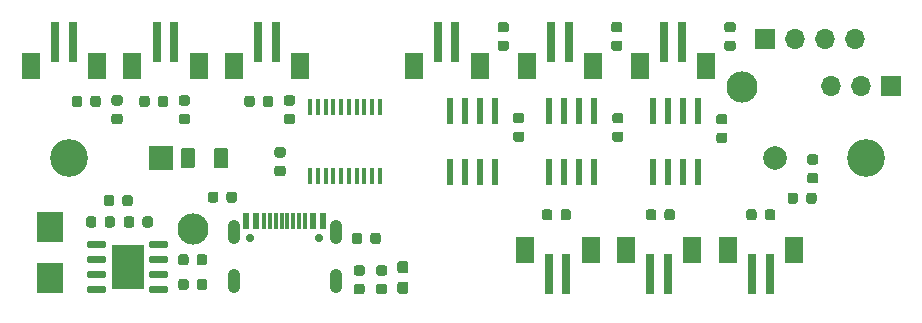
<source format=gbr>
%TF.GenerationSoftware,KiCad,Pcbnew,5.1.12-84ad8e8a86~92~ubuntu20.04.1*%
%TF.CreationDate,2021-11-18T17:44:13-07:00*%
%TF.ProjectId,snail-bot,736e6169-6c2d-4626-9f74-2e6b69636164,rev?*%
%TF.SameCoordinates,Original*%
%TF.FileFunction,Soldermask,Top*%
%TF.FilePolarity,Negative*%
%FSLAX46Y46*%
G04 Gerber Fmt 4.6, Leading zero omitted, Abs format (unit mm)*
G04 Created by KiCad (PCBNEW 5.1.12-84ad8e8a86~92~ubuntu20.04.1) date 2021-11-18 17:44:13*
%MOMM*%
%LPD*%
G01*
G04 APERTURE LIST*
%ADD10R,2.700000X3.800000*%
%ADD11C,0.600000*%
%ADD12R,1.500000X2.300000*%
%ADD13R,0.700000X3.500000*%
%ADD14R,0.600000X2.200000*%
%ADD15R,0.450000X1.450000*%
%ADD16O,1.700000X1.700000*%
%ADD17R,1.700000X1.700000*%
%ADD18C,0.700000*%
%ADD19O,1.050000X2.100000*%
%ADD20R,0.600000X1.450000*%
%ADD21R,0.300000X1.450000*%
%ADD22C,3.200000*%
%ADD23R,2.300000X2.500000*%
%ADD24R,2.000000X2.000000*%
%ADD25C,2.000000*%
%ADD26C,2.640000*%
G04 APERTURE END LIST*
D10*
%TO.C,U5*%
X49400000Y-84200000D03*
G36*
G01*
X51200000Y-82445000D02*
X51200000Y-82145000D01*
G75*
G02*
X51350000Y-81995000I150000J0D01*
G01*
X52700000Y-81995000D01*
G75*
G02*
X52850000Y-82145000I0J-150000D01*
G01*
X52850000Y-82445000D01*
G75*
G02*
X52700000Y-82595000I-150000J0D01*
G01*
X51350000Y-82595000D01*
G75*
G02*
X51200000Y-82445000I0J150000D01*
G01*
G37*
G36*
G01*
X51200000Y-83715000D02*
X51200000Y-83415000D01*
G75*
G02*
X51350000Y-83265000I150000J0D01*
G01*
X52700000Y-83265000D01*
G75*
G02*
X52850000Y-83415000I0J-150000D01*
G01*
X52850000Y-83715000D01*
G75*
G02*
X52700000Y-83865000I-150000J0D01*
G01*
X51350000Y-83865000D01*
G75*
G02*
X51200000Y-83715000I0J150000D01*
G01*
G37*
G36*
G01*
X51200000Y-84985000D02*
X51200000Y-84685000D01*
G75*
G02*
X51350000Y-84535000I150000J0D01*
G01*
X52700000Y-84535000D01*
G75*
G02*
X52850000Y-84685000I0J-150000D01*
G01*
X52850000Y-84985000D01*
G75*
G02*
X52700000Y-85135000I-150000J0D01*
G01*
X51350000Y-85135000D01*
G75*
G02*
X51200000Y-84985000I0J150000D01*
G01*
G37*
G36*
G01*
X51200000Y-86255000D02*
X51200000Y-85955000D01*
G75*
G02*
X51350000Y-85805000I150000J0D01*
G01*
X52700000Y-85805000D01*
G75*
G02*
X52850000Y-85955000I0J-150000D01*
G01*
X52850000Y-86255000D01*
G75*
G02*
X52700000Y-86405000I-150000J0D01*
G01*
X51350000Y-86405000D01*
G75*
G02*
X51200000Y-86255000I0J150000D01*
G01*
G37*
G36*
G01*
X45950000Y-86255000D02*
X45950000Y-85955000D01*
G75*
G02*
X46100000Y-85805000I150000J0D01*
G01*
X47450000Y-85805000D01*
G75*
G02*
X47600000Y-85955000I0J-150000D01*
G01*
X47600000Y-86255000D01*
G75*
G02*
X47450000Y-86405000I-150000J0D01*
G01*
X46100000Y-86405000D01*
G75*
G02*
X45950000Y-86255000I0J150000D01*
G01*
G37*
G36*
G01*
X45950000Y-84985000D02*
X45950000Y-84685000D01*
G75*
G02*
X46100000Y-84535000I150000J0D01*
G01*
X47450000Y-84535000D01*
G75*
G02*
X47600000Y-84685000I0J-150000D01*
G01*
X47600000Y-84985000D01*
G75*
G02*
X47450000Y-85135000I-150000J0D01*
G01*
X46100000Y-85135000D01*
G75*
G02*
X45950000Y-84985000I0J150000D01*
G01*
G37*
G36*
G01*
X45950000Y-83715000D02*
X45950000Y-83415000D01*
G75*
G02*
X46100000Y-83265000I150000J0D01*
G01*
X47450000Y-83265000D01*
G75*
G02*
X47600000Y-83415000I0J-150000D01*
G01*
X47600000Y-83715000D01*
G75*
G02*
X47450000Y-83865000I-150000J0D01*
G01*
X46100000Y-83865000D01*
G75*
G02*
X45950000Y-83715000I0J150000D01*
G01*
G37*
G36*
G01*
X45950000Y-82445000D02*
X45950000Y-82145000D01*
G75*
G02*
X46100000Y-81995000I150000J0D01*
G01*
X47450000Y-81995000D01*
G75*
G02*
X47600000Y-82145000I0J-150000D01*
G01*
X47600000Y-82445000D01*
G75*
G02*
X47450000Y-82595000I-150000J0D01*
G01*
X46100000Y-82595000D01*
G75*
G02*
X45950000Y-82445000I0J150000D01*
G01*
G37*
D11*
X48400000Y-82600000D03*
X50400000Y-82600000D03*
X48400000Y-85700000D03*
X50400000Y-85700000D03*
X49400000Y-84200000D03*
%TD*%
D12*
%TO.C,J13*%
X83000000Y-82800000D03*
X88600000Y-82800000D03*
D13*
X85050000Y-84800000D03*
X86550000Y-84800000D03*
%TD*%
D12*
%TO.C,J12*%
X46800000Y-67200000D03*
X41200000Y-67200000D03*
D13*
X44750000Y-65200000D03*
X43250000Y-65200000D03*
%TD*%
D12*
%TO.C,J11*%
X64000000Y-67200000D03*
X58400000Y-67200000D03*
D13*
X61950000Y-65200000D03*
X60450000Y-65200000D03*
%TD*%
D12*
%TO.C,J10*%
X55400000Y-67200000D03*
X49800000Y-67200000D03*
D13*
X53350000Y-65200000D03*
X51850000Y-65200000D03*
%TD*%
D12*
%TO.C,J9*%
X91600000Y-82800000D03*
X97200000Y-82800000D03*
D13*
X93650000Y-84800000D03*
X95150000Y-84800000D03*
%TD*%
D12*
%TO.C,J7*%
X100200000Y-82800000D03*
X105800000Y-82800000D03*
D13*
X102250000Y-84800000D03*
X103750000Y-84800000D03*
%TD*%
D12*
%TO.C,J3*%
X98400000Y-67200000D03*
X92800000Y-67200000D03*
D13*
X96350000Y-65200000D03*
X94850000Y-65200000D03*
%TD*%
D12*
%TO.C,J2*%
X88800000Y-67200000D03*
X83200000Y-67200000D03*
D13*
X86750000Y-65200000D03*
X85250000Y-65200000D03*
%TD*%
D12*
%TO.C,J1*%
X79200000Y-67200000D03*
X73600000Y-67200000D03*
D13*
X77150000Y-65200000D03*
X75650000Y-65200000D03*
%TD*%
D14*
%TO.C,U4*%
X93895000Y-76200000D03*
X95165000Y-76200000D03*
X97705000Y-76200000D03*
X93895000Y-71000000D03*
X95165000Y-71000000D03*
X97705000Y-71000000D03*
X96435000Y-76200000D03*
X96435000Y-71000000D03*
%TD*%
%TO.C,U3*%
X85095000Y-76200000D03*
X86365000Y-76200000D03*
X88905000Y-76200000D03*
X85095000Y-71000000D03*
X86365000Y-71000000D03*
X88905000Y-71000000D03*
X87635000Y-76200000D03*
X87635000Y-71000000D03*
%TD*%
%TO.C,U2*%
X76695000Y-76200000D03*
X77965000Y-76200000D03*
X80505000Y-76200000D03*
X76695000Y-71000000D03*
X77965000Y-71000000D03*
X80505000Y-71000000D03*
X79235000Y-76200000D03*
X79235000Y-71000000D03*
%TD*%
D15*
%TO.C,U1*%
X64875000Y-70650000D03*
X65525000Y-70650000D03*
X66175000Y-70650000D03*
X66825000Y-70650000D03*
X67475000Y-70650000D03*
X68125000Y-70650000D03*
X68775000Y-70650000D03*
X69425000Y-70650000D03*
X70075000Y-70650000D03*
X70725000Y-70650000D03*
X70725000Y-76550000D03*
X70075000Y-76550000D03*
X69425000Y-76550000D03*
X68775000Y-76550000D03*
X68125000Y-76550000D03*
X67475000Y-76550000D03*
X66825000Y-76550000D03*
X66175000Y-76550000D03*
X65525000Y-76550000D03*
X64875000Y-76550000D03*
%TD*%
%TO.C,R16*%
G36*
G01*
X85350000Y-79543750D02*
X85350000Y-80056250D01*
G75*
G02*
X85131250Y-80275000I-218750J0D01*
G01*
X84693750Y-80275000D01*
G75*
G02*
X84475000Y-80056250I0J218750D01*
G01*
X84475000Y-79543750D01*
G75*
G02*
X84693750Y-79325000I218750J0D01*
G01*
X85131250Y-79325000D01*
G75*
G02*
X85350000Y-79543750I0J-218750D01*
G01*
G37*
G36*
G01*
X86925000Y-79543750D02*
X86925000Y-80056250D01*
G75*
G02*
X86706250Y-80275000I-218750J0D01*
G01*
X86268750Y-80275000D01*
G75*
G02*
X86050000Y-80056250I0J218750D01*
G01*
X86050000Y-79543750D01*
G75*
G02*
X86268750Y-79325000I218750J0D01*
G01*
X86706250Y-79325000D01*
G75*
G02*
X86925000Y-79543750I0J-218750D01*
G01*
G37*
%TD*%
%TO.C,R15*%
G36*
G01*
X48756250Y-70550000D02*
X48243750Y-70550000D01*
G75*
G02*
X48025000Y-70331250I0J218750D01*
G01*
X48025000Y-69893750D01*
G75*
G02*
X48243750Y-69675000I218750J0D01*
G01*
X48756250Y-69675000D01*
G75*
G02*
X48975000Y-69893750I0J-218750D01*
G01*
X48975000Y-70331250D01*
G75*
G02*
X48756250Y-70550000I-218750J0D01*
G01*
G37*
G36*
G01*
X48756250Y-72125000D02*
X48243750Y-72125000D01*
G75*
G02*
X48025000Y-71906250I0J218750D01*
G01*
X48025000Y-71468750D01*
G75*
G02*
X48243750Y-71250000I218750J0D01*
G01*
X48756250Y-71250000D01*
G75*
G02*
X48975000Y-71468750I0J-218750D01*
G01*
X48975000Y-71906250D01*
G75*
G02*
X48756250Y-72125000I-218750J0D01*
G01*
G37*
%TD*%
%TO.C,R14*%
G36*
G01*
X63356250Y-70550000D02*
X62843750Y-70550000D01*
G75*
G02*
X62625000Y-70331250I0J218750D01*
G01*
X62625000Y-69893750D01*
G75*
G02*
X62843750Y-69675000I218750J0D01*
G01*
X63356250Y-69675000D01*
G75*
G02*
X63575000Y-69893750I0J-218750D01*
G01*
X63575000Y-70331250D01*
G75*
G02*
X63356250Y-70550000I-218750J0D01*
G01*
G37*
G36*
G01*
X63356250Y-72125000D02*
X62843750Y-72125000D01*
G75*
G02*
X62625000Y-71906250I0J218750D01*
G01*
X62625000Y-71468750D01*
G75*
G02*
X62843750Y-71250000I218750J0D01*
G01*
X63356250Y-71250000D01*
G75*
G02*
X63575000Y-71468750I0J-218750D01*
G01*
X63575000Y-71906250D01*
G75*
G02*
X63356250Y-72125000I-218750J0D01*
G01*
G37*
%TD*%
%TO.C,R13*%
G36*
G01*
X54456250Y-70550000D02*
X53943750Y-70550000D01*
G75*
G02*
X53725000Y-70331250I0J218750D01*
G01*
X53725000Y-69893750D01*
G75*
G02*
X53943750Y-69675000I218750J0D01*
G01*
X54456250Y-69675000D01*
G75*
G02*
X54675000Y-69893750I0J-218750D01*
G01*
X54675000Y-70331250D01*
G75*
G02*
X54456250Y-70550000I-218750J0D01*
G01*
G37*
G36*
G01*
X54456250Y-72125000D02*
X53943750Y-72125000D01*
G75*
G02*
X53725000Y-71906250I0J218750D01*
G01*
X53725000Y-71468750D01*
G75*
G02*
X53943750Y-71250000I218750J0D01*
G01*
X54456250Y-71250000D01*
G75*
G02*
X54675000Y-71468750I0J-218750D01*
G01*
X54675000Y-71906250D01*
G75*
G02*
X54456250Y-72125000I-218750J0D01*
G01*
G37*
%TD*%
%TO.C,R12*%
G36*
G01*
X94150000Y-79543750D02*
X94150000Y-80056250D01*
G75*
G02*
X93931250Y-80275000I-218750J0D01*
G01*
X93493750Y-80275000D01*
G75*
G02*
X93275000Y-80056250I0J218750D01*
G01*
X93275000Y-79543750D01*
G75*
G02*
X93493750Y-79325000I218750J0D01*
G01*
X93931250Y-79325000D01*
G75*
G02*
X94150000Y-79543750I0J-218750D01*
G01*
G37*
G36*
G01*
X95725000Y-79543750D02*
X95725000Y-80056250D01*
G75*
G02*
X95506250Y-80275000I-218750J0D01*
G01*
X95068750Y-80275000D01*
G75*
G02*
X94850000Y-80056250I0J218750D01*
G01*
X94850000Y-79543750D01*
G75*
G02*
X95068750Y-79325000I218750J0D01*
G01*
X95506250Y-79325000D01*
G75*
G02*
X95725000Y-79543750I0J-218750D01*
G01*
G37*
%TD*%
%TO.C,R11*%
G36*
G01*
X106150000Y-78143750D02*
X106150000Y-78656250D01*
G75*
G02*
X105931250Y-78875000I-218750J0D01*
G01*
X105493750Y-78875000D01*
G75*
G02*
X105275000Y-78656250I0J218750D01*
G01*
X105275000Y-78143750D01*
G75*
G02*
X105493750Y-77925000I218750J0D01*
G01*
X105931250Y-77925000D01*
G75*
G02*
X106150000Y-78143750I0J-218750D01*
G01*
G37*
G36*
G01*
X107725000Y-78143750D02*
X107725000Y-78656250D01*
G75*
G02*
X107506250Y-78875000I-218750J0D01*
G01*
X107068750Y-78875000D01*
G75*
G02*
X106850000Y-78656250I0J218750D01*
G01*
X106850000Y-78143750D01*
G75*
G02*
X107068750Y-77925000I218750J0D01*
G01*
X107506250Y-77925000D01*
G75*
G02*
X107725000Y-78143750I0J-218750D01*
G01*
G37*
%TD*%
%TO.C,R10*%
G36*
G01*
X102650000Y-79543750D02*
X102650000Y-80056250D01*
G75*
G02*
X102431250Y-80275000I-218750J0D01*
G01*
X101993750Y-80275000D01*
G75*
G02*
X101775000Y-80056250I0J218750D01*
G01*
X101775000Y-79543750D01*
G75*
G02*
X101993750Y-79325000I218750J0D01*
G01*
X102431250Y-79325000D01*
G75*
G02*
X102650000Y-79543750I0J-218750D01*
G01*
G37*
G36*
G01*
X104225000Y-79543750D02*
X104225000Y-80056250D01*
G75*
G02*
X104006250Y-80275000I-218750J0D01*
G01*
X103568750Y-80275000D01*
G75*
G02*
X103350000Y-80056250I0J218750D01*
G01*
X103350000Y-79543750D01*
G75*
G02*
X103568750Y-79325000I218750J0D01*
G01*
X104006250Y-79325000D01*
G75*
G02*
X104225000Y-79543750I0J-218750D01*
G01*
G37*
%TD*%
%TO.C,R9*%
G36*
G01*
X69250000Y-81543750D02*
X69250000Y-82056250D01*
G75*
G02*
X69031250Y-82275000I-218750J0D01*
G01*
X68593750Y-82275000D01*
G75*
G02*
X68375000Y-82056250I0J218750D01*
G01*
X68375000Y-81543750D01*
G75*
G02*
X68593750Y-81325000I218750J0D01*
G01*
X69031250Y-81325000D01*
G75*
G02*
X69250000Y-81543750I0J-218750D01*
G01*
G37*
G36*
G01*
X70825000Y-81543750D02*
X70825000Y-82056250D01*
G75*
G02*
X70606250Y-82275000I-218750J0D01*
G01*
X70168750Y-82275000D01*
G75*
G02*
X69950000Y-82056250I0J218750D01*
G01*
X69950000Y-81543750D01*
G75*
G02*
X70168750Y-81325000I218750J0D01*
G01*
X70606250Y-81325000D01*
G75*
G02*
X70825000Y-81543750I0J-218750D01*
G01*
G37*
%TD*%
%TO.C,R8*%
G36*
G01*
X48250000Y-78343750D02*
X48250000Y-78856250D01*
G75*
G02*
X48031250Y-79075000I-218750J0D01*
G01*
X47593750Y-79075000D01*
G75*
G02*
X47375000Y-78856250I0J218750D01*
G01*
X47375000Y-78343750D01*
G75*
G02*
X47593750Y-78125000I218750J0D01*
G01*
X48031250Y-78125000D01*
G75*
G02*
X48250000Y-78343750I0J-218750D01*
G01*
G37*
G36*
G01*
X49825000Y-78343750D02*
X49825000Y-78856250D01*
G75*
G02*
X49606250Y-79075000I-218750J0D01*
G01*
X49168750Y-79075000D01*
G75*
G02*
X48950000Y-78856250I0J218750D01*
G01*
X48950000Y-78343750D01*
G75*
G02*
X49168750Y-78125000I218750J0D01*
G01*
X49606250Y-78125000D01*
G75*
G02*
X49825000Y-78343750I0J-218750D01*
G01*
G37*
%TD*%
%TO.C,R5*%
G36*
G01*
X57762500Y-78556250D02*
X57762500Y-78043750D01*
G75*
G02*
X57981250Y-77825000I218750J0D01*
G01*
X58418750Y-77825000D01*
G75*
G02*
X58637500Y-78043750I0J-218750D01*
G01*
X58637500Y-78556250D01*
G75*
G02*
X58418750Y-78775000I-218750J0D01*
G01*
X57981250Y-78775000D01*
G75*
G02*
X57762500Y-78556250I0J218750D01*
G01*
G37*
G36*
G01*
X56187500Y-78556250D02*
X56187500Y-78043750D01*
G75*
G02*
X56406250Y-77825000I218750J0D01*
G01*
X56843750Y-77825000D01*
G75*
G02*
X57062500Y-78043750I0J-218750D01*
G01*
X57062500Y-78556250D01*
G75*
G02*
X56843750Y-78775000I-218750J0D01*
G01*
X56406250Y-78775000D01*
G75*
G02*
X56187500Y-78556250I0J218750D01*
G01*
G37*
%TD*%
%TO.C,R3*%
G36*
G01*
X71156250Y-84950000D02*
X70643750Y-84950000D01*
G75*
G02*
X70425000Y-84731250I0J218750D01*
G01*
X70425000Y-84293750D01*
G75*
G02*
X70643750Y-84075000I218750J0D01*
G01*
X71156250Y-84075000D01*
G75*
G02*
X71375000Y-84293750I0J-218750D01*
G01*
X71375000Y-84731250D01*
G75*
G02*
X71156250Y-84950000I-218750J0D01*
G01*
G37*
G36*
G01*
X71156250Y-86525000D02*
X70643750Y-86525000D01*
G75*
G02*
X70425000Y-86306250I0J218750D01*
G01*
X70425000Y-85868750D01*
G75*
G02*
X70643750Y-85650000I218750J0D01*
G01*
X71156250Y-85650000D01*
G75*
G02*
X71375000Y-85868750I0J-218750D01*
G01*
X71375000Y-86306250D01*
G75*
G02*
X71156250Y-86525000I-218750J0D01*
G01*
G37*
%TD*%
%TO.C,R2*%
G36*
G01*
X72462500Y-83700000D02*
X72937500Y-83700000D01*
G75*
G02*
X73175000Y-83937500I0J-237500D01*
G01*
X73175000Y-84512500D01*
G75*
G02*
X72937500Y-84750000I-237500J0D01*
G01*
X72462500Y-84750000D01*
G75*
G02*
X72225000Y-84512500I0J237500D01*
G01*
X72225000Y-83937500D01*
G75*
G02*
X72462500Y-83700000I237500J0D01*
G01*
G37*
G36*
G01*
X72462500Y-85450000D02*
X72937500Y-85450000D01*
G75*
G02*
X73175000Y-85687500I0J-237500D01*
G01*
X73175000Y-86262500D01*
G75*
G02*
X72937500Y-86500000I-237500J0D01*
G01*
X72462500Y-86500000D01*
G75*
G02*
X72225000Y-86262500I0J237500D01*
G01*
X72225000Y-85687500D01*
G75*
G02*
X72462500Y-85450000I237500J0D01*
G01*
G37*
%TD*%
%TO.C,R1*%
G36*
G01*
X69256250Y-84950000D02*
X68743750Y-84950000D01*
G75*
G02*
X68525000Y-84731250I0J218750D01*
G01*
X68525000Y-84293750D01*
G75*
G02*
X68743750Y-84075000I218750J0D01*
G01*
X69256250Y-84075000D01*
G75*
G02*
X69475000Y-84293750I0J-218750D01*
G01*
X69475000Y-84731250D01*
G75*
G02*
X69256250Y-84950000I-218750J0D01*
G01*
G37*
G36*
G01*
X69256250Y-86525000D02*
X68743750Y-86525000D01*
G75*
G02*
X68525000Y-86306250I0J218750D01*
G01*
X68525000Y-85868750D01*
G75*
G02*
X68743750Y-85650000I218750J0D01*
G01*
X69256250Y-85650000D01*
G75*
G02*
X69475000Y-85868750I0J-218750D01*
G01*
X69475000Y-86306250D01*
G75*
G02*
X69256250Y-86525000I-218750J0D01*
G01*
G37*
%TD*%
D16*
%TO.C,J8*%
X108920000Y-68900000D03*
X111460000Y-68900000D03*
D17*
X114000000Y-68900000D03*
%TD*%
D16*
%TO.C,J6*%
X111020000Y-64900000D03*
X108480000Y-64900000D03*
X105940000Y-64900000D03*
D17*
X103400000Y-64900000D03*
%TD*%
D18*
%TO.C,J4*%
X65570000Y-81750000D03*
X59790000Y-81750000D03*
D19*
X67000000Y-85400000D03*
X58360000Y-85400000D03*
X67000000Y-81220000D03*
X58360000Y-81220000D03*
D20*
X65930000Y-80305000D03*
X65130000Y-80305000D03*
D21*
X64430000Y-80305000D03*
X63930000Y-80305000D03*
X63430000Y-80305000D03*
X62930000Y-80305000D03*
X60930000Y-80305000D03*
X61430000Y-80305000D03*
X61930000Y-80305000D03*
X62430000Y-80305000D03*
D20*
X60230000Y-80305000D03*
X59430000Y-80305000D03*
%TD*%
D22*
%TO.C,H2*%
X111900000Y-75000000D03*
%TD*%
%TO.C,H1*%
X44400000Y-75000000D03*
%TD*%
%TO.C,D4*%
G36*
G01*
X107656250Y-75550000D02*
X107143750Y-75550000D01*
G75*
G02*
X106925000Y-75331250I0J218750D01*
G01*
X106925000Y-74893750D01*
G75*
G02*
X107143750Y-74675000I218750J0D01*
G01*
X107656250Y-74675000D01*
G75*
G02*
X107875000Y-74893750I0J-218750D01*
G01*
X107875000Y-75331250D01*
G75*
G02*
X107656250Y-75550000I-218750J0D01*
G01*
G37*
G36*
G01*
X107656250Y-77125000D02*
X107143750Y-77125000D01*
G75*
G02*
X106925000Y-76906250I0J218750D01*
G01*
X106925000Y-76468750D01*
G75*
G02*
X107143750Y-76250000I218750J0D01*
G01*
X107656250Y-76250000D01*
G75*
G02*
X107875000Y-76468750I0J-218750D01*
G01*
X107875000Y-76906250D01*
G75*
G02*
X107656250Y-77125000I-218750J0D01*
G01*
G37*
%TD*%
%TO.C,D3*%
G36*
G01*
X55250000Y-83856250D02*
X55250000Y-83343750D01*
G75*
G02*
X55468750Y-83125000I218750J0D01*
G01*
X55906250Y-83125000D01*
G75*
G02*
X56125000Y-83343750I0J-218750D01*
G01*
X56125000Y-83856250D01*
G75*
G02*
X55906250Y-84075000I-218750J0D01*
G01*
X55468750Y-84075000D01*
G75*
G02*
X55250000Y-83856250I0J218750D01*
G01*
G37*
G36*
G01*
X53675000Y-83856250D02*
X53675000Y-83343750D01*
G75*
G02*
X53893750Y-83125000I218750J0D01*
G01*
X54331250Y-83125000D01*
G75*
G02*
X54550000Y-83343750I0J-218750D01*
G01*
X54550000Y-83856250D01*
G75*
G02*
X54331250Y-84075000I-218750J0D01*
G01*
X53893750Y-84075000D01*
G75*
G02*
X53675000Y-83856250I0J218750D01*
G01*
G37*
%TD*%
%TO.C,D2*%
G36*
G01*
X55250000Y-85956250D02*
X55250000Y-85443750D01*
G75*
G02*
X55468750Y-85225000I218750J0D01*
G01*
X55906250Y-85225000D01*
G75*
G02*
X56125000Y-85443750I0J-218750D01*
G01*
X56125000Y-85956250D01*
G75*
G02*
X55906250Y-86175000I-218750J0D01*
G01*
X55468750Y-86175000D01*
G75*
G02*
X55250000Y-85956250I0J218750D01*
G01*
G37*
G36*
G01*
X53675000Y-85956250D02*
X53675000Y-85443750D01*
G75*
G02*
X53893750Y-85225000I218750J0D01*
G01*
X54331250Y-85225000D01*
G75*
G02*
X54550000Y-85443750I0J-218750D01*
G01*
X54550000Y-85956250D01*
G75*
G02*
X54331250Y-86175000I-218750J0D01*
G01*
X53893750Y-86175000D01*
G75*
G02*
X53675000Y-85956250I0J218750D01*
G01*
G37*
%TD*%
D23*
%TO.C,D1*%
X42800000Y-80850000D03*
X42800000Y-85150000D03*
%TD*%
%TO.C,C13*%
G36*
G01*
X46250000Y-70456250D02*
X46250000Y-69943750D01*
G75*
G02*
X46468750Y-69725000I218750J0D01*
G01*
X46906250Y-69725000D01*
G75*
G02*
X47125000Y-69943750I0J-218750D01*
G01*
X47125000Y-70456250D01*
G75*
G02*
X46906250Y-70675000I-218750J0D01*
G01*
X46468750Y-70675000D01*
G75*
G02*
X46250000Y-70456250I0J218750D01*
G01*
G37*
G36*
G01*
X44675000Y-70456250D02*
X44675000Y-69943750D01*
G75*
G02*
X44893750Y-69725000I218750J0D01*
G01*
X45331250Y-69725000D01*
G75*
G02*
X45550000Y-69943750I0J-218750D01*
G01*
X45550000Y-70456250D01*
G75*
G02*
X45331250Y-70675000I-218750J0D01*
G01*
X44893750Y-70675000D01*
G75*
G02*
X44675000Y-70456250I0J218750D01*
G01*
G37*
%TD*%
%TO.C,C12*%
G36*
G01*
X60850000Y-70456250D02*
X60850000Y-69943750D01*
G75*
G02*
X61068750Y-69725000I218750J0D01*
G01*
X61506250Y-69725000D01*
G75*
G02*
X61725000Y-69943750I0J-218750D01*
G01*
X61725000Y-70456250D01*
G75*
G02*
X61506250Y-70675000I-218750J0D01*
G01*
X61068750Y-70675000D01*
G75*
G02*
X60850000Y-70456250I0J218750D01*
G01*
G37*
G36*
G01*
X59275000Y-70456250D02*
X59275000Y-69943750D01*
G75*
G02*
X59493750Y-69725000I218750J0D01*
G01*
X59931250Y-69725000D01*
G75*
G02*
X60150000Y-69943750I0J-218750D01*
G01*
X60150000Y-70456250D01*
G75*
G02*
X59931250Y-70675000I-218750J0D01*
G01*
X59493750Y-70675000D01*
G75*
G02*
X59275000Y-70456250I0J218750D01*
G01*
G37*
%TD*%
%TO.C,C11*%
G36*
G01*
X51950000Y-70456250D02*
X51950000Y-69943750D01*
G75*
G02*
X52168750Y-69725000I218750J0D01*
G01*
X52606250Y-69725000D01*
G75*
G02*
X52825000Y-69943750I0J-218750D01*
G01*
X52825000Y-70456250D01*
G75*
G02*
X52606250Y-70675000I-218750J0D01*
G01*
X52168750Y-70675000D01*
G75*
G02*
X51950000Y-70456250I0J218750D01*
G01*
G37*
G36*
G01*
X50375000Y-70456250D02*
X50375000Y-69943750D01*
G75*
G02*
X50593750Y-69725000I218750J0D01*
G01*
X51031250Y-69725000D01*
G75*
G02*
X51250000Y-69943750I0J-218750D01*
G01*
X51250000Y-70456250D01*
G75*
G02*
X51031250Y-70675000I-218750J0D01*
G01*
X50593750Y-70675000D01*
G75*
G02*
X50375000Y-70456250I0J218750D01*
G01*
G37*
%TD*%
%TO.C,C10*%
G36*
G01*
X49950000Y-80143750D02*
X49950000Y-80656250D01*
G75*
G02*
X49731250Y-80875000I-218750J0D01*
G01*
X49293750Y-80875000D01*
G75*
G02*
X49075000Y-80656250I0J218750D01*
G01*
X49075000Y-80143750D01*
G75*
G02*
X49293750Y-79925000I218750J0D01*
G01*
X49731250Y-79925000D01*
G75*
G02*
X49950000Y-80143750I0J-218750D01*
G01*
G37*
G36*
G01*
X51525000Y-80143750D02*
X51525000Y-80656250D01*
G75*
G02*
X51306250Y-80875000I-218750J0D01*
G01*
X50868750Y-80875000D01*
G75*
G02*
X50650000Y-80656250I0J218750D01*
G01*
X50650000Y-80143750D01*
G75*
G02*
X50868750Y-79925000I218750J0D01*
G01*
X51306250Y-79925000D01*
G75*
G02*
X51525000Y-80143750I0J-218750D01*
G01*
G37*
%TD*%
%TO.C,C9*%
G36*
G01*
X47450000Y-80656250D02*
X47450000Y-80143750D01*
G75*
G02*
X47668750Y-79925000I218750J0D01*
G01*
X48106250Y-79925000D01*
G75*
G02*
X48325000Y-80143750I0J-218750D01*
G01*
X48325000Y-80656250D01*
G75*
G02*
X48106250Y-80875000I-218750J0D01*
G01*
X47668750Y-80875000D01*
G75*
G02*
X47450000Y-80656250I0J218750D01*
G01*
G37*
G36*
G01*
X45875000Y-80656250D02*
X45875000Y-80143750D01*
G75*
G02*
X46093750Y-79925000I218750J0D01*
G01*
X46531250Y-79925000D01*
G75*
G02*
X46750000Y-80143750I0J-218750D01*
G01*
X46750000Y-80656250D01*
G75*
G02*
X46531250Y-80875000I-218750J0D01*
G01*
X46093750Y-80875000D01*
G75*
G02*
X45875000Y-80656250I0J218750D01*
G01*
G37*
%TD*%
%TO.C,C8*%
G36*
G01*
X100656250Y-64350000D02*
X100143750Y-64350000D01*
G75*
G02*
X99925000Y-64131250I0J218750D01*
G01*
X99925000Y-63693750D01*
G75*
G02*
X100143750Y-63475000I218750J0D01*
G01*
X100656250Y-63475000D01*
G75*
G02*
X100875000Y-63693750I0J-218750D01*
G01*
X100875000Y-64131250D01*
G75*
G02*
X100656250Y-64350000I-218750J0D01*
G01*
G37*
G36*
G01*
X100656250Y-65925000D02*
X100143750Y-65925000D01*
G75*
G02*
X99925000Y-65706250I0J218750D01*
G01*
X99925000Y-65268750D01*
G75*
G02*
X100143750Y-65050000I218750J0D01*
G01*
X100656250Y-65050000D01*
G75*
G02*
X100875000Y-65268750I0J-218750D01*
G01*
X100875000Y-65706250D01*
G75*
G02*
X100656250Y-65925000I-218750J0D01*
G01*
G37*
%TD*%
%TO.C,C7*%
G36*
G01*
X91056250Y-64350000D02*
X90543750Y-64350000D01*
G75*
G02*
X90325000Y-64131250I0J218750D01*
G01*
X90325000Y-63693750D01*
G75*
G02*
X90543750Y-63475000I218750J0D01*
G01*
X91056250Y-63475000D01*
G75*
G02*
X91275000Y-63693750I0J-218750D01*
G01*
X91275000Y-64131250D01*
G75*
G02*
X91056250Y-64350000I-218750J0D01*
G01*
G37*
G36*
G01*
X91056250Y-65925000D02*
X90543750Y-65925000D01*
G75*
G02*
X90325000Y-65706250I0J218750D01*
G01*
X90325000Y-65268750D01*
G75*
G02*
X90543750Y-65050000I218750J0D01*
G01*
X91056250Y-65050000D01*
G75*
G02*
X91275000Y-65268750I0J-218750D01*
G01*
X91275000Y-65706250D01*
G75*
G02*
X91056250Y-65925000I-218750J0D01*
G01*
G37*
%TD*%
%TO.C,C6*%
G36*
G01*
X81456250Y-64350000D02*
X80943750Y-64350000D01*
G75*
G02*
X80725000Y-64131250I0J218750D01*
G01*
X80725000Y-63693750D01*
G75*
G02*
X80943750Y-63475000I218750J0D01*
G01*
X81456250Y-63475000D01*
G75*
G02*
X81675000Y-63693750I0J-218750D01*
G01*
X81675000Y-64131250D01*
G75*
G02*
X81456250Y-64350000I-218750J0D01*
G01*
G37*
G36*
G01*
X81456250Y-65925000D02*
X80943750Y-65925000D01*
G75*
G02*
X80725000Y-65706250I0J218750D01*
G01*
X80725000Y-65268750D01*
G75*
G02*
X80943750Y-65050000I218750J0D01*
G01*
X81456250Y-65050000D01*
G75*
G02*
X81675000Y-65268750I0J-218750D01*
G01*
X81675000Y-65706250D01*
G75*
G02*
X81456250Y-65925000I-218750J0D01*
G01*
G37*
%TD*%
%TO.C,C5*%
G36*
G01*
X62043750Y-75650000D02*
X62556250Y-75650000D01*
G75*
G02*
X62775000Y-75868750I0J-218750D01*
G01*
X62775000Y-76306250D01*
G75*
G02*
X62556250Y-76525000I-218750J0D01*
G01*
X62043750Y-76525000D01*
G75*
G02*
X61825000Y-76306250I0J218750D01*
G01*
X61825000Y-75868750D01*
G75*
G02*
X62043750Y-75650000I218750J0D01*
G01*
G37*
G36*
G01*
X62043750Y-74075000D02*
X62556250Y-74075000D01*
G75*
G02*
X62775000Y-74293750I0J-218750D01*
G01*
X62775000Y-74731250D01*
G75*
G02*
X62556250Y-74950000I-218750J0D01*
G01*
X62043750Y-74950000D01*
G75*
G02*
X61825000Y-74731250I0J218750D01*
G01*
X61825000Y-74293750D01*
G75*
G02*
X62043750Y-74075000I218750J0D01*
G01*
G37*
%TD*%
%TO.C,C4*%
G36*
G01*
X99443750Y-72850000D02*
X99956250Y-72850000D01*
G75*
G02*
X100175000Y-73068750I0J-218750D01*
G01*
X100175000Y-73506250D01*
G75*
G02*
X99956250Y-73725000I-218750J0D01*
G01*
X99443750Y-73725000D01*
G75*
G02*
X99225000Y-73506250I0J218750D01*
G01*
X99225000Y-73068750D01*
G75*
G02*
X99443750Y-72850000I218750J0D01*
G01*
G37*
G36*
G01*
X99443750Y-71275000D02*
X99956250Y-71275000D01*
G75*
G02*
X100175000Y-71493750I0J-218750D01*
G01*
X100175000Y-71931250D01*
G75*
G02*
X99956250Y-72150000I-218750J0D01*
G01*
X99443750Y-72150000D01*
G75*
G02*
X99225000Y-71931250I0J218750D01*
G01*
X99225000Y-71493750D01*
G75*
G02*
X99443750Y-71275000I218750J0D01*
G01*
G37*
%TD*%
%TO.C,C3*%
G36*
G01*
X90643750Y-72750000D02*
X91156250Y-72750000D01*
G75*
G02*
X91375000Y-72968750I0J-218750D01*
G01*
X91375000Y-73406250D01*
G75*
G02*
X91156250Y-73625000I-218750J0D01*
G01*
X90643750Y-73625000D01*
G75*
G02*
X90425000Y-73406250I0J218750D01*
G01*
X90425000Y-72968750D01*
G75*
G02*
X90643750Y-72750000I218750J0D01*
G01*
G37*
G36*
G01*
X90643750Y-71175000D02*
X91156250Y-71175000D01*
G75*
G02*
X91375000Y-71393750I0J-218750D01*
G01*
X91375000Y-71831250D01*
G75*
G02*
X91156250Y-72050000I-218750J0D01*
G01*
X90643750Y-72050000D01*
G75*
G02*
X90425000Y-71831250I0J218750D01*
G01*
X90425000Y-71393750D01*
G75*
G02*
X90643750Y-71175000I218750J0D01*
G01*
G37*
%TD*%
%TO.C,C2*%
G36*
G01*
X82243750Y-72750000D02*
X82756250Y-72750000D01*
G75*
G02*
X82975000Y-72968750I0J-218750D01*
G01*
X82975000Y-73406250D01*
G75*
G02*
X82756250Y-73625000I-218750J0D01*
G01*
X82243750Y-73625000D01*
G75*
G02*
X82025000Y-73406250I0J218750D01*
G01*
X82025000Y-72968750D01*
G75*
G02*
X82243750Y-72750000I218750J0D01*
G01*
G37*
G36*
G01*
X82243750Y-71175000D02*
X82756250Y-71175000D01*
G75*
G02*
X82975000Y-71393750I0J-218750D01*
G01*
X82975000Y-71831250D01*
G75*
G02*
X82756250Y-72050000I-218750J0D01*
G01*
X82243750Y-72050000D01*
G75*
G02*
X82025000Y-71831250I0J218750D01*
G01*
X82025000Y-71393750D01*
G75*
G02*
X82243750Y-71175000I218750J0D01*
G01*
G37*
%TD*%
%TO.C,C1*%
G36*
G01*
X56675000Y-75625000D02*
X56675000Y-74375000D01*
G75*
G02*
X56925000Y-74125000I250000J0D01*
G01*
X57675000Y-74125000D01*
G75*
G02*
X57925000Y-74375000I0J-250000D01*
G01*
X57925000Y-75625000D01*
G75*
G02*
X57675000Y-75875000I-250000J0D01*
G01*
X56925000Y-75875000D01*
G75*
G02*
X56675000Y-75625000I0J250000D01*
G01*
G37*
G36*
G01*
X53875000Y-75625000D02*
X53875000Y-74375000D01*
G75*
G02*
X54125000Y-74125000I250000J0D01*
G01*
X54875000Y-74125000D01*
G75*
G02*
X55125000Y-74375000I0J-250000D01*
G01*
X55125000Y-75625000D01*
G75*
G02*
X54875000Y-75875000I-250000J0D01*
G01*
X54125000Y-75875000D01*
G75*
G02*
X53875000Y-75625000I0J250000D01*
G01*
G37*
%TD*%
D24*
%TO.C,BT1*%
X52200000Y-75000000D03*
D25*
X104190000Y-75000000D03*
D26*
X101430000Y-69005000D03*
X54950000Y-80995000D03*
%TD*%
M02*

</source>
